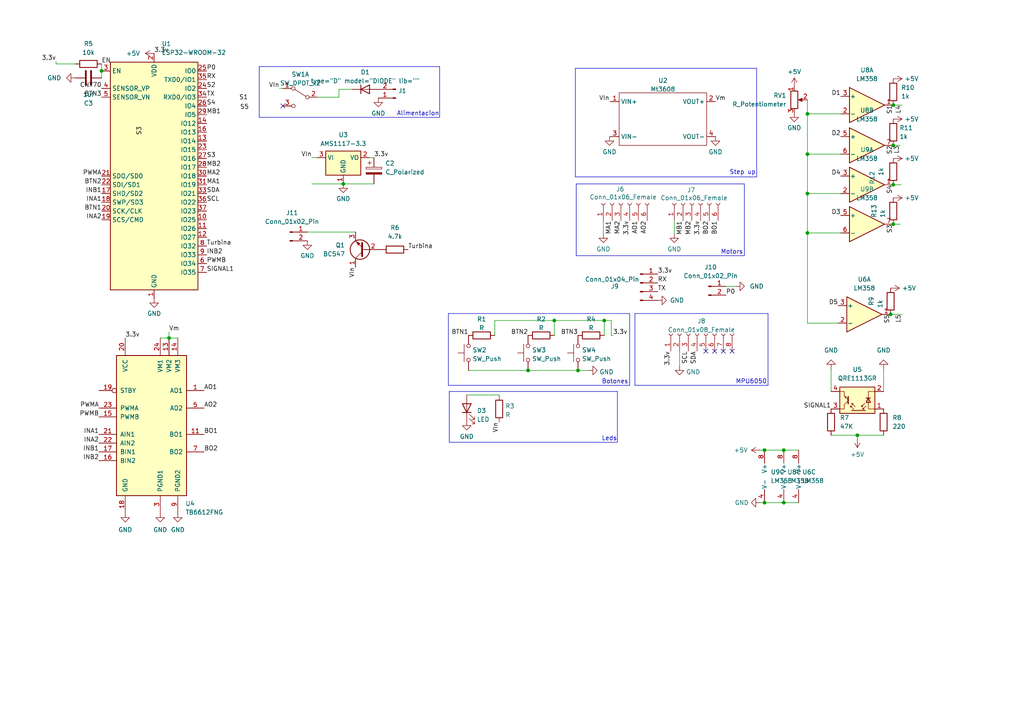
<source format=kicad_sch>
(kicad_sch (version 20230121) (generator eeschema)
  (paper "A4")
  (lib_symbols
    (symbol "Amplifier_Operational:LM358" (pin_names (offset 0.127))
      (property "Reference" "U" (at 0 5.08 0))
      (property "Value" "LM358" (at 0 -5.08 0))
      (symbol "LM358_1_1"
        (pin output line (at 7.62 0 180) (length 2.54) (name "~") (number "1"))
        (pin input line (at -7.62 -2.54 0) (length 2.54) (name "-") (number "2"))
        (pin input line (at -7.62 2.54 0) (length 2.54) (name "+") (number "3"))
      )
      (symbol "LM358_2_1"
        (pin input line (at -7.62 2.54 0) (length 2.54) (name "+") (number "5"))
        (pin input line (at -7.62 -2.54 0) (length 2.54) (name "-") (number "6"))
        (pin output line (at 7.62 0 180) (length 2.54) (name "~") (number "7"))
      )
      (symbol "LM358_3_1"
        (pin power_in line (at -2.54 -7.62 90) (length 3.81) (name "V-") (number "4"))
        (pin power_in line (at -2.54 7.62 270) (length 3.81) (name "V+") (number "8"))
      )
    )
    (symbol "Connector:Conn_01x02_Male" (pin_names (offset 1.016) hide)
      (property "Reference" "J" (at 0 2.54 0))
      (property "Value" "Conn_01x02_Male" (at 0 -5.08 0))
      (symbol "Conn_01x02_Male_1_1"
        (pin passive line (at 5.08 0 180) (length 3.81) (name "Pin_1") (number "1"))
        (pin passive line (at 5.08 -2.54 180) (length 3.81) (name "Pin_2") (number "2"))
      )
    )
    (symbol "Connector:Conn_01x02_Pin" (pin_names (offset 1.016) hide)
      (property "Reference" "J" (at 0 2.54 0))
      (property "Value" "Conn_01x02_Pin" (at 0 -5.08 0))
      (symbol "Conn_01x02_Pin_1_1"
        (pin passive line (at 5.08 0 180) (length 3.81) (name "Pin_1") (number "1"))
        (pin passive line (at 5.08 -2.54 180) (length 3.81) (name "Pin_2") (number "2"))
      )
    )
    (symbol "Connector:Conn_01x04_Pin" (pin_names (offset 1.016) hide)
      (property "Reference" "J" (at 0 5.08 0))
      (property "Value" "Conn_01x04_Pin" (at 0 -7.62 0))
      (symbol "Conn_01x04_Pin_1_1"
        (pin passive line (at 5.08 2.54 180) (length 3.81) (name "Pin_1") (number "1"))
        (pin passive line (at 5.08 0 180) (length 3.81) (name "Pin_2") (number "2"))
        (pin passive line (at 5.08 -2.54 180) (length 3.81) (name "Pin_3") (number "3"))
        (pin passive line (at 5.08 -5.08 180) (length 3.81) (name "Pin_4") (number "4"))
      )
    )
    (symbol "Connector:Conn_01x06_Female" (pin_names (offset 1.016) hide)
      (property "Reference" "J" (at 0 7.62 0))
      (property "Value" "Conn_01x06_Female" (at 0 -10.16 0))
      (symbol "Conn_01x06_Female_1_1"
        (pin passive line (at -5.08 5.08 0) (length 3.81) (name "Pin_1") (number "1"))
        (pin passive line (at -5.08 2.54 0) (length 3.81) (name "Pin_2") (number "2"))
        (pin passive line (at -5.08 0 0) (length 3.81) (name "Pin_3") (number "3"))
        (pin passive line (at -5.08 -2.54 0) (length 3.81) (name "Pin_4") (number "4"))
        (pin passive line (at -5.08 -5.08 0) (length 3.81) (name "Pin_5") (number "5"))
        (pin passive line (at -5.08 -7.62 0) (length 3.81) (name "Pin_6") (number "6"))
      )
    )
    (symbol "Connector:Conn_01x08_Female" (pin_names (offset 1.016) hide)
      (property "Reference" "J" (at 0 10.16 0))
      (property "Value" "Conn_01x08_Female" (at 0 -12.7 0))
      (symbol "Conn_01x08_Female_1_1"
        (pin passive line (at -5.08 7.62 0) (length 3.81) (name "Pin_1") (number "1"))
        (pin passive line (at -5.08 5.08 0) (length 3.81) (name "Pin_2") (number "2"))
        (pin passive line (at -5.08 2.54 0) (length 3.81) (name "Pin_3") (number "3"))
        (pin passive line (at -5.08 0 0) (length 3.81) (name "Pin_4") (number "4"))
        (pin passive line (at -5.08 -2.54 0) (length 3.81) (name "Pin_5") (number "5"))
        (pin passive line (at -5.08 -5.08 0) (length 3.81) (name "Pin_6") (number "6"))
        (pin passive line (at -5.08 -7.62 0) (length 3.81) (name "Pin_7") (number "7"))
        (pin passive line (at -5.08 -10.16 0) (length 3.81) (name "Pin_8") (number "8"))
      )
    )
    (symbol "Device:C" (pin_numbers hide) (pin_names (offset 0.254))
      (property "Reference" "C" (at 0.635 2.54 0))
      (property "Value" "C" (at 0.635 -2.54 0))
      (symbol "C_1_1"
        (pin passive line (at 0 3.81 270) (length 2.794) (name "~") (number "1"))
        (pin passive line (at 0 -3.81 90) (length 2.794) (name "~") (number "2"))
      )
    )
    (symbol "Device:C_Polarized" (pin_numbers hide) (pin_names (offset 0.254))
      (property "Reference" "C" (at 0.635 2.54 0))
      (property "Value" "C_Polarized" (at 0.635 -2.54 0))
      (symbol "C_Polarized_1_1"
        (pin passive line (at 0 3.81 270) (length 2.794) (name "~") (number "1"))
        (pin passive line (at 0 -3.81 90) (length 2.794) (name "~") (number "2"))
      )
    )
    (symbol "Device:LED" (pin_numbers hide) (pin_names (offset 1.016) hide)
      (property "Reference" "D" (at 0 2.54 0))
      (property "Value" "LED" (at 0 -2.54 0))
      (symbol "LED_1_1"
        (pin passive line (at -3.81 0 0) (length 2.54) (name "K") (number "1"))
        (pin passive line (at 3.81 0 180) (length 2.54) (name "A") (number "2"))
      )
    )
    (symbol "Device:R" (pin_numbers hide) (pin_names (offset 0))
      (property "Reference" "R" (at 2.032 0 90))
      (property "Value" "R" (at 0 0 90))
      (symbol "R_1_1"
        (pin passive line (at 0 3.81 270) (length 1.27) (name "~") (number "1"))
        (pin passive line (at 0 -3.81 90) (length 1.27) (name "~") (number "2"))
      )
    )
    (symbol "Device:R_Potentiometer" (pin_names (offset 1.016) hide)
      (property "Reference" "RV" (at -4.445 0 90))
      (property "Value" "R_Potentiometer" (at -2.54 0 90))
      (symbol "R_Potentiometer_1_1"
        (pin passive line (at 0 3.81 270) (length 1.27) (name "1") (number "1"))
        (pin passive line (at 3.81 0 180) (length 1.27) (name "2") (number "2"))
        (pin passive line (at 0 -3.81 90) (length 1.27) (name "3") (number "3"))
      )
    )
    (symbol "Driver_Motor:TB6612FNG" (pin_names (offset 1.016))
      (property "Reference" "U" (at 11.43 17.78 0))
      (property "Value" "TB6612FNG" (at 11.43 15.24 0))
      (symbol "TB6612FNG_1_1"
        (pin output line (at 15.24 10.16 180) (length 5.08) (name "AO1") (number "1"))
        (pin passive line (at 7.62 -25.4 90) (length 5.08) hide (name "PGND2") (number "10"))
        (pin output line (at 15.24 -2.54 180) (length 5.08) (name "BO1") (number "11"))
        (pin passive line (at 15.24 -2.54 180) (length 5.08) hide (name "BO1") (number "12"))
        (pin power_in line (at 5.08 25.4 270) (length 5.08) (name "VM2") (number "13"))
        (pin power_in line (at 7.62 25.4 270) (length 5.08) (name "VM3") (number "14"))
        (pin input line (at -15.24 2.54 0) (length 5.08) (name "PWMB") (number "15"))
        (pin input line (at -15.24 -10.16 0) (length 5.08) (name "BIN2") (number "16"))
        (pin input line (at -15.24 -7.62 0) (length 5.08) (name "BIN1") (number "17"))
        (pin power_in line (at -7.62 -25.4 90) (length 5.08) (name "GND") (number "18"))
        (pin input inverted (at -15.24 10.16 0) (length 5.08) (name "STBY") (number "19"))
        (pin passive line (at 15.24 10.16 180) (length 5.08) hide (name "AO1") (number "2"))
        (pin power_in line (at -7.62 25.4 270) (length 5.08) (name "VCC") (number "20"))
        (pin input line (at -15.24 -2.54 0) (length 5.08) (name "AIN1") (number "21"))
        (pin input line (at -15.24 -5.08 0) (length 5.08) (name "AIN2") (number "22"))
        (pin input line (at -15.24 5.08 0) (length 5.08) (name "PWMA") (number "23"))
        (pin power_in line (at 2.54 25.4 270) (length 5.08) (name "VM1") (number "24"))
        (pin power_in line (at 2.54 -25.4 90) (length 5.08) (name "PGND1") (number "3"))
        (pin passive line (at 2.54 -25.4 90) (length 5.08) hide (name "PGND1") (number "4"))
        (pin output line (at 15.24 5.08 180) (length 5.08) (name "AO2") (number "5"))
        (pin passive line (at 15.24 5.08 180) (length 5.08) hide (name "AO2") (number "6"))
        (pin output line (at 15.24 -7.62 180) (length 5.08) (name "BO2") (number "7"))
        (pin passive line (at 15.24 -7.62 180) (length 5.08) hide (name "BO2") (number "8"))
        (pin power_in line (at 7.62 -25.4 90) (length 5.08) (name "PGND2") (number "9"))
      )
    )
    (symbol "GND_1" (power) (pin_names (offset 0))
      (property "Value" "GND_1" (at 0 -3.81 0))
      (symbol "GND_1_1_1"
        (pin power_in line (at 0 0 270) (length 0) hide (name "GND") (number "1"))
      )
    )
    (symbol "RF_Module:ESP32-WROOM-32"
      (property "Reference" "U" (at -12.7 34.29 0))
      (property "Value" "ESP32-WROOM-32" (at 1.27 34.29 0))
      (symbol "ESP32-WROOM-32_1_1"
        (pin power_in line (at 0 -35.56 90) (length 2.54) (name "GND") (number "1"))
        (pin bidirectional line (at 15.24 -12.7 180) (length 2.54) (name "IO25") (number "10"))
        (pin bidirectional line (at 15.24 -15.24 180) (length 2.54) (name "IO26") (number "11"))
        (pin bidirectional line (at 15.24 -17.78 180) (length 2.54) (name "IO27") (number "12"))
        (pin bidirectional line (at 15.24 10.16 180) (length 2.54) (name "IO14") (number "13"))
        (pin bidirectional line (at 15.24 15.24 180) (length 2.54) (name "IO12") (number "14"))
        (pin passive line (at 0 -35.56 90) (length 2.54) hide (name "GND") (number "15"))
        (pin bidirectional line (at 15.24 12.7 180) (length 2.54) (name "IO13") (number "16"))
        (pin bidirectional line (at -15.24 -5.08 0) (length 2.54) (name "SHD/SD2") (number "17"))
        (pin bidirectional line (at -15.24 -7.62 0) (length 2.54) (name "SWP/SD3") (number "18"))
        (pin bidirectional line (at -15.24 -12.7 0) (length 2.54) (name "SCS/CMD") (number "19"))
        (pin power_in line (at 0 35.56 270) (length 2.54) (name "VDD") (number "2"))
        (pin bidirectional line (at -15.24 -10.16 0) (length 2.54) (name "SCK/CLK") (number "20"))
        (pin bidirectional line (at -15.24 0 0) (length 2.54) (name "SDO/SD0") (number "21"))
        (pin bidirectional line (at -15.24 -2.54 0) (length 2.54) (name "SDI/SD1") (number "22"))
        (pin bidirectional line (at 15.24 7.62 180) (length 2.54) (name "IO15") (number "23"))
        (pin bidirectional line (at 15.24 25.4 180) (length 2.54) (name "IO2") (number "24"))
        (pin bidirectional line (at 15.24 30.48 180) (length 2.54) (name "IO0") (number "25"))
        (pin bidirectional line (at 15.24 20.32 180) (length 2.54) (name "IO4") (number "26"))
        (pin bidirectional line (at 15.24 5.08 180) (length 2.54) (name "IO16") (number "27"))
        (pin bidirectional line (at 15.24 2.54 180) (length 2.54) (name "IO17") (number "28"))
        (pin bidirectional line (at 15.24 17.78 180) (length 2.54) (name "IO5") (number "29"))
        (pin input line (at -15.24 30.48 0) (length 2.54) (name "EN") (number "3"))
        (pin bidirectional line (at 15.24 0 180) (length 2.54) (name "IO18") (number "30"))
        (pin bidirectional line (at 15.24 -2.54 180) (length 2.54) (name "IO19") (number "31"))
        (pin no_connect line (at -12.7 -27.94 0) (length 2.54) hide (name "NC") (number "32"))
        (pin bidirectional line (at 15.24 -5.08 180) (length 2.54) (name "IO21") (number "33"))
        (pin bidirectional line (at 15.24 22.86 180) (length 2.54) (name "RXD0/IO3") (number "34"))
        (pin bidirectional line (at 15.24 27.94 180) (length 2.54) (name "TXD0/IO1") (number "35"))
        (pin bidirectional line (at 15.24 -7.62 180) (length 2.54) (name "IO22") (number "36"))
        (pin bidirectional line (at 15.24 -10.16 180) (length 2.54) (name "IO23") (number "37"))
        (pin passive line (at 0 -35.56 90) (length 2.54) hide (name "GND") (number "38"))
        (pin passive line (at 0 -35.56 90) (length 2.54) hide (name "GND") (number "39"))
        (pin input line (at -15.24 25.4 0) (length 2.54) (name "SENSOR_VP") (number "4"))
        (pin input line (at -15.24 22.86 0) (length 2.54) (name "SENSOR_VN") (number "5"))
        (pin input line (at 15.24 -25.4 180) (length 2.54) (name "IO34") (number "6"))
        (pin input line (at 15.24 -27.94 180) (length 2.54) (name "IO35") (number "7"))
        (pin bidirectional line (at 15.24 -20.32 180) (length 2.54) (name "IO32") (number "8"))
        (pin bidirectional line (at 15.24 -22.86 180) (length 2.54) (name "IO33") (number "9"))
      )
    )
    (symbol "Regulator_Linear:AMS1117-3.3"
      (property "Reference" "U" (at -3.81 3.175 0))
      (property "Value" "AMS1117-3.3" (at 0 3.175 0))
      (symbol "AMS1117-3.3_1_1"
        (pin power_in line (at 0 -7.62 90) (length 2.54) (name "GND") (number "1"))
        (pin power_out line (at 7.62 0 180) (length 2.54) (name "VO") (number "2"))
        (pin power_in line (at -7.62 0 0) (length 2.54) (name "VI") (number "3"))
      )
    )
    (symbol "Sensor_Proximity:QRE1113GR" (pin_names (offset 0.0254) hide)
      (property "Reference" "U" (at -3.81 5.08 0))
      (property "Value" "QRE1113GR" (at 11.43 5.08 0))
      (symbol "QRE1113GR_1_1"
        (pin passive line (at -7.62 2.54 0) (length 2.54) (name "A") (number "1"))
        (pin passive line (at -7.62 -2.54 0) (length 2.54) (name "K") (number "2"))
        (pin open_collector line (at 7.62 2.54 180) (length 2.54) (name "~") (number "3"))
        (pin open_emitter line (at 7.62 -2.54 180) (length 2.54) (name "~") (number "4"))
      )
    )
    (symbol "Simulation_SPICE:DIODE" (pin_numbers hide) (pin_names (offset 1.016) hide)
      (property "Reference" "D" (at 0 2.54 0))
      (property "Value" "DIODE" (at 0 -2.54 0))
      (symbol "DIODE_1_1"
        (pin passive line (at -3.81 0 0) (length 2.54) (name "A") (number "1"))
        (pin passive line (at 3.81 0 180) (length 2.54) (name "K") (number "2"))
      )
    )
    (symbol "Switch:SW_DPDT_x2" (pin_names (offset 0) hide)
      (property "Reference" "SW" (at 0 4.318 0))
      (property "Value" "SW_DPDT_x2" (at 0 -5.08 0))
      (symbol "SW_DPDT_x2_1_1"
        (pin passive line (at 5.08 2.54 180) (length 2.54) (name "A") (number "1"))
        (pin passive line (at -5.08 0 0) (length 2.54) (name "B") (number "2"))
        (pin passive line (at 5.08 -2.54 180) (length 2.54) (name "C") (number "3"))
      )
      (symbol "SW_DPDT_x2_2_1"
        (pin passive line (at 5.08 2.54 180) (length 2.54) (name "A") (number "4"))
        (pin passive line (at -5.08 0 0) (length 2.54) (name "B") (number "5"))
        (pin passive line (at 5.08 -2.54 180) (length 2.54) (name "C") (number "6"))
      )
    )
    (symbol "Switch:SW_Push" (pin_numbers hide) (pin_names (offset 1.016) hide)
      (property "Reference" "SW" (at 1.27 2.54 0))
      (property "Value" "SW_Push" (at 0 -1.524 0))
      (symbol "SW_Push_0_1"
        (pin passive line (at -5.08 0 0) (length 2.54) (name "1") (number "1"))
        (pin passive line (at 5.08 0 180) (length 2.54) (name "2") (number "2"))
      )
    )
    (symbol "Transistor_BJT:BC547" (pin_names (offset 0) hide)
      (property "Reference" "Q" (at 5.08 1.905 0))
      (property "Value" "BC547" (at 5.08 0 0))
      (symbol "BC547_1_1"
        (pin passive line (at 2.54 5.08 270) (length 2.54) (name "C") (number "1"))
        (pin input line (at -5.08 0 0) (length 5.08) (name "B") (number "2"))
        (pin passive line (at 2.54 -5.08 90) (length 2.54) (name "E") (number "3"))
      )
    )
    (symbol "power:+5V" (power) (pin_names (offset 0))
      (property "Value" "+5V" (at 0 3.556 0))
      (symbol "+5V_1_1"
        (pin power_in line (at 0 0 90) (length 0) hide (name "+5V") (number "1"))
      )
    )
    (symbol "power:GND" (power) (pin_names (offset 0))
      (property "Value" "GND" (at 0 -3.81 0))
      (symbol "GND_1_1"
        (pin power_in line (at 0 0 270) (length 0) hide (name "GND") (number "1"))
      )
    )
    (symbol "propios:Mt3608"
      (property "Reference" "U" (at 0 0 0))
      (property "Value" "Mt3608" (at 0 0 0))
      (symbol "Mt3608_1_1"
        (pin input line (at -15.24 -5.08 0) (length 2.54) (name "VIN+") (number "1"))
        (pin input line (at 15.24 -5.08 180) (length 2.54) (name "VOUT+") (number "2"))
        (pin input line (at -15.24 -15.24 0) (length 2.54) (name "VIN-") (number "3"))
        (pin input line (at 15.24 -15.24 180) (length 2.54) (name "VOUT-") (number "4"))
      )
    )
  )
  (junction (at 323.088 64.77))
  (junction (at 344.678 115.824))
  (junction (at 167.64 107.442))
  (junction (at 344.678 92.456))
  (junction (at 314.96 179.07))
  (junction (at 338.582 192.532))
  (junction (at 234.188 56.134))
  (junction (at 234.188 67.564))
  (junction (at 353.06 19.304))
  (junction (at 314.706 143.002))
  (junction (at 259.08 42.164))
  (junction (at 29.464 20.574))
  (junction (at 258.318 91.186))
  (junction (at 353.06 42.672))
  (junction (at 259.08 53.594))
  (junction (at 259.08 65.024))
  (junction (at 234.188 33.02))
  (junction (at 153.162 107.442))
  (junction (at 221.742 130.556))
  (junction (at 321.056 102.362))
  (junction (at 338.582 169.164))
  (junction (at 227.33 130.556))
  (junction (at 234.188 44.704))
  (junction (at 49.022 98.044))
  (junction (at 248.666 126.238))
  (junction (at 259.08 30.48))
  (junction (at 175.26 92.964))
  (junction (at 227.33 145.796))
  (junction (at 338.328 133.096))
  (junction (at 338.328 156.464))
  (junction (at 329.438 29.21))
  (junction (at 99.568 53.34))
  (junction (at 346.71 78.232))
  (junction (at 221.742 145.796))
  (junction (at 160.782 92.964))
  (junction (at 346.71 54.864))
  (no_connect (at 209.804 101.854))
  (no_connect (at 207.264 101.854))
  (no_connect (at 204.724 101.854))
  (no_connect (at 82.042 30.734))
  (no_connect (at 212.344 101.854))
  (wire (pts (xy 338.328 156.21) (xy 338.328 156.464)))
  (wire (pts (xy 307.594 143.002) (xy 314.706 143.002)))
  (wire (pts (xy 314.706 156.464) (xy 338.328 156.464)))
  (wire (pts (xy 135.382 114.554) (xy 144.78 114.554)))
  (wire (pts (xy 243.84 56.134) (xy 234.188 56.134)))
  (wire (pts (xy 227.33 130.556) (xy 221.742 130.556)))
  (wire (pts (xy 135.89 107.442) (xy 153.162 107.442)))
  (wire (pts (xy 321.056 102.362) (xy 321.056 100.076)))
  (wire (pts (xy 346.71 62.738) (xy 346.71 70.358)))
  (wire (pts (xy 383.286 24.13) (xy 365.506 24.13)))
  (wire (pts (xy 144.78 114.554) (xy 144.78 114.808)))
  (wire (pts (xy 360.172 192.532) (xy 338.582 192.532)))
  (wire (pts (xy 81.026 25.654) (xy 82.042 25.654)))
  (wire (pts (xy 49.022 96.266) (xy 49.022 98.044)))
  (wire (pts (xy 314.96 183.388) (xy 314.96 179.07)))
  (wire (pts (xy 321.056 106.68) (xy 321.056 102.362)))
  (polyline (pts (xy 127.508 19.304) (xy 75.184 19.304)))
  (wire (pts (xy 329.438 41.148) (xy 329.438 42.672)))
  (wire (pts (xy 346.71 77.978) (xy 346.71 78.232)))
  (wire (pts (xy 261.62 91.186) (xy 258.318 91.186)))
  (polyline (pts (xy 219.456 51.308) (xy 166.878 51.308)))
  (wire (pts (xy 241.046 126.238) (xy 248.666 126.238)))
  (polyline (pts (xy 167.132 53.34) (xy 215.9 53.34)))
  (polyline (pts (xy 184.15 111.76) (xy 184.15 90.932)))
  (wire (pts (xy 177.8 97.282) (xy 177.292 97.282)))
  (wire (pts (xy 314.706 147.32) (xy 314.706 143.002)))
  (polyline (pts (xy 130.302 128.27) (xy 130.302 113.538)))
  (wire (pts (xy 321.056 114.3) (xy 321.056 115.824)))
  (wire (pts (xy 353.06 27.178) (xy 353.06 34.798)))
  (wire (pts (xy 329.438 29.21) (xy 329.438 26.924)))
  (polyline (pts (xy 179.07 128.27) (xy 130.302 128.27)))
  (polyline (pts (xy 166.878 19.812) (xy 166.878 51.308)))
  (wire (pts (xy 21.844 18.542) (xy 16.256 18.542)))
  (polyline (pts (xy 130.048 111.76) (xy 130.048 90.932)))
  (wire (pts (xy 359.156 59.69) (xy 359.156 54.864)))
  (wire (pts (xy 344.678 92.456) (xy 344.678 92.71)))
  (polyline (pts (xy 75.184 34.036) (xy 127.508 34.036)))
  (wire (pts (xy 49.022 98.044) (xy 51.562 98.044)))
  (wire (pts (xy 351.028 173.99) (xy 351.028 169.164)))
  (wire (pts (xy 359.156 54.864) (xy 346.71 54.864)))
  (polyline (pts (xy 222.758 90.932) (xy 222.758 111.76)))
  (polyline (pts (xy 127.508 34.036) (xy 127.508 19.304)))
  (wire (pts (xy 323.088 54.864) (xy 346.71 54.864)))
  (wire (pts (xy 175.26 92.964) (xy 177.292 92.964)))
  (wire (pts (xy 99.568 53.34) (xy 108.458 53.34)))
  (wire (pts (xy 16.256 18.542) (xy 16.256 17.78)))
  (wire (pts (xy 365.506 19.304) (xy 353.06 19.304)))
  (wire (pts (xy 90.424 53.34) (xy 99.568 53.34)))
  (wire (pts (xy 366.268 115.824) (xy 344.678 115.824)))
  (wire (pts (xy 351.028 169.164) (xy 338.582 169.164)))
  (wire (pts (xy 321.056 92.456) (xy 344.678 92.456)))
  (wire (pts (xy 338.582 192.278) (xy 338.582 192.532)))
  (wire (pts (xy 313.944 102.362) (xy 321.056 102.362)))
  (polyline (pts (xy 130.302 113.538) (xy 179.07 113.538)))
  (wire (pts (xy 160.782 97.282) (xy 160.782 92.964)))
  (wire (pts (xy 307.848 179.07) (xy 314.96 179.07)))
  (wire (pts (xy 315.976 62.992) (xy 315.976 64.77)))
  (wire (pts (xy 374.904 97.282) (xy 357.124 97.282)))
  (wire (pts (xy 322.326 27.432) (xy 322.326 29.21)))
  (wire (pts (xy 350.774 133.096) (xy 338.328 133.096)))
  (wire (pts (xy 160.782 92.964) (xy 175.26 92.964)))
  (wire (pts (xy 353.06 42.418) (xy 353.06 42.672)))
  (wire (pts (xy 234.188 93.726) (xy 234.188 67.564)))
  (polyline (pts (xy 219.456 19.812) (xy 219.456 51.308)))
  (wire (pts (xy 220.472 145.796) (xy 221.742 145.796)))
  (wire (pts (xy 329.438 42.672) (xy 353.06 42.672)))
  (wire (pts (xy 98.298 28.194) (xy 92.202 28.194)))
  (wire (pts (xy 234.188 67.564) (xy 243.84 67.564)))
  (wire (pts (xy 323.088 64.77) (xy 323.088 62.484)))
  (wire (pts (xy 234.188 44.704) (xy 234.188 56.134)))
  (wire (pts (xy 153.162 107.442) (xy 167.64 107.442)))
  (wire (pts (xy 259.08 42.164) (xy 261.112 42.164)))
  (wire (pts (xy 313.944 100.584) (xy 313.944 102.362)))
  (wire (pts (xy 359.918 156.464) (xy 338.328 156.464)))
  (wire (pts (xy 167.64 107.442) (xy 170.688 107.442)))
  (wire (pts (xy 314.96 192.532) (xy 338.582 192.532)))
  (wire (pts (xy 248.666 127.254) (xy 248.666 126.238)))
  (wire (pts (xy 175.26 97.282) (xy 175.26 92.964)))
  (wire (pts (xy 323.088 78.232) (xy 346.71 78.232)))
  (wire (pts (xy 234.188 33.02) (xy 243.84 33.02)))
  (wire (pts (xy 103.124 67.31) (xy 89.154 67.31)))
  (polyline (pts (xy 182.626 90.932) (xy 182.626 111.76)))
  (wire (pts (xy 365.506 24.13) (xy 365.506 19.304)))
  (wire (pts (xy 307.848 177.292) (xy 307.848 179.07)))
  (polyline (pts (xy 75.184 19.304) (xy 75.184 34.036)))
  (wire (pts (xy 176.784 39.624) (xy 177.038 39.624)))
  (wire (pts (xy 338.582 169.164) (xy 338.582 169.418)))
  (wire (pts (xy 314.96 179.07) (xy 314.96 176.784)))
  (polyline (pts (xy 215.9 74.168) (xy 167.132 74.168)))
  (wire (pts (xy 177.292 92.964) (xy 177.292 97.282)))
  (wire (pts (xy 314.706 154.94) (xy 314.706 156.464)))
  (wire (pts (xy 29.464 20.574) (xy 29.464 22.606)))
  (wire (pts (xy 175.006 67.818) (xy 175.006 64.008)))
  (wire (pts (xy 357.124 97.282) (xy 357.124 92.456)))
  (wire (pts (xy 234.188 56.134) (xy 234.188 67.564)))
  (polyline (pts (xy 166.878 19.812) (xy 219.456 19.812)))
  (wire (pts (xy 143.51 92.964) (xy 160.782 92.964)))
  (polyline (pts (xy 179.07 113.538) (xy 179.07 128.27)))
  (wire (pts (xy 241.046 106.934) (xy 241.046 113.538)))
  (wire (pts (xy 376.936 59.69) (xy 359.156 59.69)))
  (wire (pts (xy 234.188 28.956) (xy 234.188 33.02)))
  (wire (pts (xy 197.104 106.172) (xy 197.104 101.854)))
  (polyline (pts (xy 130.048 90.932) (xy 182.626 90.932)))
  (wire (pts (xy 374.65 42.672) (xy 353.06 42.672)))
  (wire (pts (xy 314.706 133.096) (xy 338.328 133.096)))
  (wire (pts (xy 323.088 69.088) (xy 323.088 64.77)))
  (wire (pts (xy 346.71 54.864) (xy 346.71 55.118)))
  (wire (pts (xy 338.328 140.97) (xy 338.328 148.59)))
  (wire (pts (xy 353.06 19.304) (xy 353.06 19.558)))
  (wire (pts (xy 338.328 133.096) (xy 338.328 133.35)))
  (wire (pts (xy 195.58 67.818) (xy 195.58 64.008)))
  (polyline (pts (xy 184.15 90.932) (xy 222.758 90.932)))
  (wire (pts (xy 315.976 64.77) (xy 323.088 64.77)))
  (wire (pts (xy 314.706 143.002) (xy 314.706 140.716)))
  (wire (pts (xy 90.424 45.72) (xy 91.948 45.72)))
  (wire (pts (xy 243.84 44.704) (xy 234.188 44.704)))
  (wire (pts (xy 108.458 45.72) (xy 107.188 45.72)))
  (wire (pts (xy 102.108 25.908) (xy 98.298 25.908)))
  (wire (pts (xy 98.298 25.908) (xy 98.298 28.194)))
  (wire (pts (xy 221.742 130.556) (xy 220.472 130.556)))
  (wire (pts (xy 323.088 76.708) (xy 323.088 78.232)))
  (wire (pts (xy 368.808 173.99) (xy 351.028 173.99)))
  (wire (pts (xy 221.742 145.796) (xy 227.33 145.796)))
  (polyline (pts (xy 215.9 53.34) (xy 215.9 74.168)))
  (wire (pts (xy 307.594 141.224) (xy 307.594 143.002)))
  (wire (pts (xy 213.36 83.058) (xy 210.566 83.058)))
  (polyline (pts (xy 182.626 111.76) (xy 130.048 111.76)))
  (wire (pts (xy 368.554 137.922) (xy 350.774 137.922)))
  (wire (pts (xy 143.51 97.282) (xy 143.51 92.964)))
  (wire (pts (xy 329.438 19.304) (xy 353.06 19.304)))
  (wire (pts (xy 46.482 98.044) (xy 49.022 98.044)))
  (wire (pts (xy 357.124 92.456) (xy 344.678 92.456)))
  (wire (pts (xy 314.96 191.008) (xy 314.96 192.532)))
  (wire (pts (xy 243.078 93.726) (xy 234.188 93.726)))
  (wire (pts (xy 231.648 130.556) (xy 227.33 130.556)))
  (wire (pts (xy 344.678 100.33) (xy 344.678 107.95)))
  (polyline (pts (xy 184.15 111.76) (xy 222.758 111.76)))
  (wire (pts (xy 256.286 106.934) (xy 256.286 113.538)))
  (wire (pts (xy 29.464 18.542) (xy 29.464 20.574)))
  (wire (pts (xy 350.774 137.922) (xy 350.774 133.096)))
  (polyline (pts (xy 167.132 53.34) (xy 167.132 74.168)))
  (wire (pts (xy 329.438 33.528) (xy 329.438 29.21)))
  (wire (pts (xy 248.666 126.238) (xy 256.286 126.238)))
  (polyline (pts (xy 75.184 19.304) (xy 75.184 19.304)))
  (wire (pts (xy 261.112 65.024) (xy 259.08 65.024)))
  (wire (pts (xy 344.678 115.57) (xy 344.678 115.824)))
  (wire (pts (xy 314.96 169.164) (xy 338.582 169.164)))
  (wire (pts (xy 227.33 145.796) (xy 231.648 145.796)))
  (wire (pts (xy 338.582 177.038) (xy 338.582 184.658)))
  (wire (pts (xy 368.3 78.232) (xy 346.71 78.232)))
  (wire (pts (xy 322.326 29.21) (xy 329.438 29.21)))
  (wire (pts (xy 259.08 30.48) (xy 261.62 30.48)))
  (wire (pts (xy 234.188 33.02) (xy 234.188 44.704)))
  (wire (pts (xy 176.784 29.464) (xy 177.038 29.464)))
  (wire (pts (xy 321.056 115.824) (xy 344.678 115.824)))
  (wire (pts (xy 261.366 53.594) (xy 259.08 53.594)))
  (text "Motors\n" (at 209.042 73.914 0) (effects (font (size 1.27 1.27)) (justify left bottom)))
  (text "Leds" (at 174.498 128.016 0) (effects (font (size 1.27 1.27)) (justify left bottom)))
  (text "Step up\n" (at 211.582 50.8 0) (effects (font (size 1.27 1.27)) (justify left bottom)))
  (text "Botones\n" (at 174.498 111.506 0) (effects (font (size 1.27 1.27)) (justify left bottom)))
  (text "MPU6050\n" (at 213.36 111.506 0) (effects (font (size 1.27 1.27)) (justify left bottom)))
  (text "Alimentacion\n" (at 115.062 33.782 0) (effects (font (size 1.27 1.27)) (justify left bottom)))
  (label "D5" (at 313.944 100.584 180))
  (label "BTN1" (at 29.464 61.214 180))
  (label "D5" (at 243.078 88.646 180))
  (label "Turbina" (at 118.364 72.39 0))
  (label "S4" (at 59.944 30.734 0))
  (label "BO1" (at 59.182 125.984 0))
  (label "SCL" (at 59.944 58.674 0))
  (label "SDA" (at 59.944 56.134 0))
  (label "S3" (at 259.08 65.024 270))
  (label "RX" (at 190.754 82.042 0))
  (label "3.3v" (at 190.754 79.502 0))
  (label "3.3v" (at 16.256 17.78 180))
  (label "L3" (at 261.112 42.164 270))
  (label "P0" (at 210.566 85.598 0))
  (label "INB2" (at 59.944 73.914 0))
  (label "Vm" (at 207.518 29.464 0))
  (label "EN" (at 29.464 18.542 0))
  (label "BTN2" (at 29.464 53.594 180))
  (label "3.3v" (at 182.626 64.008 270))
  (label "S3" (at 41.402 36.576 270))
  (label "S5" (at 258.318 91.186 270))
  (label "CNY70" (at 29.464 25.654 180))
  (label "BTN1" (at 135.89 97.282 180))
  (label "MA2" (at 180.086 64.008 270))
  (label "D1" (at 243.84 27.94 180))
  (label "BTN3" (at 167.64 97.282 180))
  (label "P0" (at 59.944 20.574 0))
  (label "AO2" (at 187.706 64.008 270))
  (label "TX" (at 190.754 84.582 0))
  (label "PWMB" (at 28.702 120.904 180))
  (label "S1" (at 69.342 29.21 0))
  (label "MA1" (at 177.546 64.008 270))
  (label "3.3v" (at 36.322 98.044 0))
  (label "S1" (at 259.08 30.48 270))
  (label "INB1" (at 29.464 56.134 180))
  (label "S4" (at 259.08 53.594 270))
  (label "VIn" (at 81.026 25.654 180))
  (label "INA2" (at 29.464 63.754 180))
  (label "3.3v" (at 177.8 97.282 0))
  (label "AO1" (at 59.182 113.284 0))
  (label "VIn" (at 103.124 77.47 270))
  (label "D2" (at 315.976 62.992 180))
  (label "BTN3" (at 29.464 28.194 180))
  (label "L5" (at 261.62 91.186 270))
  (label "3.3v" (at 194.564 101.854 270))
  (label "VIn" (at 176.784 29.464 180))
  (label "INB2" (at 28.702 133.604 180))
  (label "SDA" (at 202.184 101.854 270))
  (label "S2" (at 59.944 25.654 0))
  (label "D3" (at 307.594 141.224 180))
  (label "SIGNAL1" (at 59.944 78.994 0))
  (label "MA2" (at 59.944 51.054 0))
  (label "3.3v" (at 108.458 45.72 0))
  (label "PWMA" (at 29.464 51.054 180))
  (label "D4" (at 243.84 51.054 180))
  (label "D4" (at 307.848 177.292 180))
  (label "VIn" (at 90.424 45.72 180))
  (label "INA1" (at 29.464 58.674 180))
  (label "MA1" (at 59.944 53.594 0))
  (label "Turbina" (at 59.944 71.374 0))
  (label "RX" (at 59.944 23.114 0))
  (label "MB1" (at 198.12 64.008 270))
  (label "S5" (at 69.596 32.004 0))
  (label "3.3v" (at 203.2 64.008 270))
  (label "D2" (at 243.84 39.624 180))
  (label "BO2" (at 59.182 131.064 0))
  (label "INB1" (at 28.702 131.064 180))
  (label "PWMB" (at 59.944 76.454 0))
  (label "BO1" (at 208.28 64.008 270))
  (label "D1" (at 322.326 27.432 180))
  (label "S3" (at 59.944 45.974 0))
  (label "VIn" (at 144.78 122.428 270))
  (label "BTN2" (at 153.162 97.282 180))
  (label "MB2" (at 200.66 64.008 270))
  (label "S2" (at 259.08 42.164 270))
  (label "BO2" (at 205.74 64.008 270))
  (label "SIGNAL1" (at 241.046 118.618 180))
  (label "TX" (at 59.944 28.194 0))
  (label "PWMA" (at 28.702 118.364 180))
  (label "AO2" (at 59.182 118.364 0))
  (label "MB1" (at 59.944 33.274 0))
  (label "AO1" (at 185.166 64.008 270))
  (label "MB2" (at 59.944 48.514 0))
  (label "L4" (at 261.62 30.48 270))
  (label "3.3v" (at 44.704 15.494 0))
  (label "SCL" (at 199.644 101.854 270))
  (label "D3" (at 243.84 62.484 180))
  (label "INA1" (at 28.702 125.984 180))
  (label "Vm" (at 49.022 96.266 0))
  (label "INA2" (at 28.702 128.524 180))
  (symbol (lib_id "Connector:Conn_01x04_Pin") (at 185.674 82.042 0) (unit 1)
    (property "Reference" "J9" (at 178.308 83.058 0))
    (property "Value" "Conn_01x04_Pin" (at 177.546 81.026 0))
    (property "Footprint" "Connector_PinHeader_2.54mm:PinHeader_1x04_P2.54mm_Vertical" (effects hide))
  )
  (symbol (lib_id "power:GND") (at 213.36 83.058 90) (unit 1)
    (property "Reference" "#PWR019" (effects hide))
    (property "Value" "GND" (at 217.424 83.058 90) (effects (justify right)))
  )
  (symbol (lib_id "Device:LED") (at 338.328 152.4 270) (unit 1)
    (property "Reference" "D8" (at 341.122 149.5425 90) (effects (justify left)))
    (property "Value" "IR TRANSMITTER" (at 341.122 152.0825 90) (effects (justify left)))
    (property "Footprint" "LED_THT:LED_D5.0mm" (effects hide))
  )
  (symbol (lib_id "power:GND") (at 207.518 39.624 0) (unit 1)
    (property "Reference" "#PWR08" (effects hide))
    (property "Value" "GND" (at 207.518 44.0674 0))
  )
  (symbol (lib_id "power:+5V") (at 368.554 137.922 0) (unit 1)
    (property "Reference" "#PWR036" (effects hide))
    (property "Value" "+5V" (at 368.554 133.604 0))
  )
  (symbol (lib_id "Device:LED") (at 338.582 188.468 270) (unit 1)
    (property "Reference" "D9" (at 341.376 185.6105 90) (effects (justify left)))
    (property "Value" "IR TRANSMITTER" (at 341.376 188.1505 90) (effects (justify left)))
    (property "Footprint" "LED_THT:LED_D5.0mm" (effects hide))
  )
  (symbol (lib_id "Device:LED") (at 314.706 136.906 270) (unit 1)
    (property "Reference" "D2" (at 316.992 134.0485 90) (effects (justify left)))
    (property "Value" "IR RECEIVER" (at 316.992 136.5885 90) (effects (justify left)))
    (property "Footprint" "LED_THT:LED_D5.0mm" (effects hide))
  )
  (symbol (lib_id "Device:R") (at 321.056 110.49 0) (unit 1)
    (property "Reference" "R16" (at 323.85 109.22 0) (effects (justify left)))
    (property "Value" "10k" (at 323.85 111.76 0) (effects (justify left)))
    (property "Footprint" "Resistor_THT:R_Axial_DIN0411_L9.9mm_D3.6mm_P5.08mm_Vertical" (effects hide))
  )
  (symbol (lib_id "power:+5V") (at 374.904 97.282 0) (unit 1)
    (property "Reference" "#PWR039" (effects hide))
    (property "Value" "+5V" (at 374.904 92.964 0))
  )
  (symbol (lib_id "Device:R") (at 344.678 96.52 0) (unit 1)
    (property "Reference" "R21" (at 346.964 95.25 0) (effects (justify left)))
    (property "Value" "100" (at 346.964 97.79 0) (effects (justify left)))
    (property "Footprint" "Resistor_SMD:R_1206_3216Metric_Pad1.30x1.75mm_HandSolder" (effects hide))
  )
  (symbol (lib_id "Amplifier_Operational:LM358") (at 250.698 91.186 0) (unit 1)
    (property "Reference" "U6" (at 250.698 81.026 0))
    (property "Value" "LM358" (at 250.698 83.566 0))
    (property "Footprint" "Package_SO:SOIC-8_3.9x4.9mm_P1.27mm" (effects hide))
    (property "Datasheet" "http://www.ti.com/lit/ds/symlink/lm2904-n.pdf" (effects hide))
  )
  (symbol (lib_id "power:GND") (at 197.104 106.172 0) (unit 1)
    (property "Reference" "#PWR012" (effects hide))
    (property "Value" "GND" (at 199.009 107.8758 0) (effects (justify left)))
  )
  (symbol (lib_id "Device:R") (at 114.554 72.39 270) (mirror x) (unit 1)
    (property "Reference" "R6" (at 114.554 66.04 90))
    (property "Value" "4.7k" (at 114.554 68.58 90))
    (property "Footprint" "Resistor_SMD:R_1206_3216Metric_Pad1.30x1.75mm_HandSolder" (effects hide))
  )
  (symbol (lib_name "GND_1") (lib_id "power:GND") (at 21.844 22.606 270) (unit 1)
    (property "Reference" "#PWR022" (effects hide))
    (property "Value" "GND" (at 17.78 22.606 90) (effects (justify right)))
  )
  (symbol (lib_id "power:GND") (at 109.728 28.448 0) (unit 1)
    (property "Reference" "#PWR01" (effects hide))
    (property "Value" "GND" (at 109.728 32.8914 0))
  )
  (symbol (lib_id "Connector:Conn_01x02_Male") (at 114.808 28.448 180) (unit 1)
    (property "Reference" "J1" (at 115.5192 26.3433 0) (effects (justify right)))
    (property "Value" "Conn_01x02_Male" (effects hide))
    (property "Footprint" "Connector_PinHeader_2.54mm:PinHeader_1x02_P2.54mm_Vertical" (effects hide))
  )
  (symbol (lib_id "power:+5V") (at 44.704 15.494 90) (unit 1)
    (property "Reference" "#PWR032" (effects hide))
    (property "Value" "+5V" (at 40.64 15.494 90) (effects (justify left)))
  )
  (symbol (lib_id "power:GND") (at 190.754 87.122 90) (unit 1)
    (property "Reference" "#PWR017" (effects hide))
    (property "Value" "GND" (at 194.31 87.122 90) (effects (justify right)))
  )
  (symbol (lib_id "power:GND") (at 175.006 67.818 0) (unit 1)
    (property "Reference" "#PWR09" (effects hide))
    (property "Value" "GND" (at 175.006 72.2614 0))
  )
  (symbol (lib_id "power:+5V") (at 259.08 22.86 270) (unit 1)
    (property "Reference" "#PWR028" (effects hide))
    (property "Value" "+5V" (at 262.382 22.86 90) (effects (justify left)))
  )
  (symbol (lib_id "power:GND") (at 374.65 42.672 0) (unit 1)
    (property "Reference" "#PWR038" (effects hide))
    (property "Value" "GND" (at 374.65 47.752 0))
  )
  (symbol (lib_name "GND_1") (lib_id "power:GND") (at 99.568 53.34 0) (unit 1)
    (property "Reference" "#PWR02" (effects hide))
    (property "Value" "GND" (at 99.568 57.658 0))
  )
  (symbol (lib_id "Device:R") (at 353.06 23.368 0) (unit 1)
    (property "Reference" "R23" (at 355.346 22.098 0) (effects (justify left)))
    (property "Value" "100" (at 355.346 24.638 0) (effects (justify left)))
    (property "Footprint" "Resistor_SMD:R_1206_3216Metric_Pad1.30x1.75mm_HandSolder" (effects hide))
  )
  (symbol (lib_id "power:GND") (at 359.918 156.464 0) (unit 1)
    (property "Reference" "#PWR03" (effects hide))
    (property "Value" "GND" (at 359.918 161.544 0))
  )
  (symbol (lib_id "Device:R") (at 338.328 137.16 0) (unit 1)
    (property "Reference" "R19" (at 340.614 135.89 0) (effects (justify left)))
    (property "Value" "100" (at 340.614 138.43 0) (effects (justify left)))
    (property "Footprint" "Resistor_SMD:R_1206_3216Metric_Pad1.30x1.75mm_HandSolder" (effects hide))
  )
  (symbol (lib_id "Device:R_Potentiometer") (at 230.378 28.956 0) (unit 1)
    (property "Reference" "RV1" (at 228.092 27.686 0) (effects (justify right)))
    (property "Value" "R_Potentiometer" (at 228.092 30.226 0) (effects (justify right)))
    (property "Footprint" "Potentiometer_THT:Potentiometer_Bourns_3299W_Vertical" (effects hide))
  )
  (symbol (lib_id "power:+5V") (at 248.666 127.254 180) (unit 1)
    (property "Reference" "#PWR025" (effects hide))
    (property "Value" "+5V" (at 248.666 131.826 0))
  )
  (symbol (lib_id "Regulator_Linear:AMS1117-3.3") (at 99.568 45.72 0) (unit 1)
    (property "Reference" "U3" (at 99.568 39.116 0))
    (property "Value" "AMS1117-3.3" (at 99.568 41.656 0))
    (property "Footprint" "Package_TO_SOT_SMD:SOT-223-3_TabPin2" (effects hide))
    (property "Datasheet" "http://www.advanced-monolithic.com/pdf/ds1117.pdf" (effects hide))
  )
  (symbol (lib_id "power:GND") (at 220.472 145.796 270) (unit 1)
    (property "Reference" "#PWR035" (effects hide))
    (property "Value" "GND" (at 217.17 145.796 90) (effects (justify right)))
  )
  (symbol (lib_id "Device:R") (at 323.088 72.898 0) (unit 1)
    (property "Reference" "R17" (at 325.882 71.628 0) (effects (justify left)))
    (property "Value" "10k" (at 325.882 74.168 0) (effects (justify left)))
    (property "Footprint" "Resistor_THT:R_Axial_DIN0411_L9.9mm_D3.6mm_P5.08mm_Vertical" (effects hide))
  )
  (symbol (lib_id "power:GND") (at 51.562 148.844 0) (unit 1)
    (property "Reference" "#PWR021" (effects hide))
    (property "Value" "GND" (at 51.562 153.67 0))
  )
  (symbol (lib_id "Device:R") (at 144.78 118.618 0) (unit 1)
    (property "Reference" "R3" (at 146.558 117.7833 0) (effects (justify left)))
    (property "Value" "R" (at 146.558 120.3202 0) (effects (justify left)))
    (property "Footprint" "Resistor_SMD:R_1206_3216Metric_Pad1.30x1.75mm_HandSolder" (effects hide))
  )
  (symbol (lib_name "GND_1") (lib_id "power:GND") (at 44.704 86.614 0) (unit 1)
    (property "Reference" "#PWR015" (effects hide))
    (property "Value" "GND" (at 44.704 90.932 0))
  )
  (symbol (lib_id "Amplifier_Operational:LM358") (at 251.46 65.024 0) (unit 2)
    (property "Reference" "U9" (at 251.46 54.864 0))
    (property "Value" "LM358" (at 251.46 57.404 0))
    (property "Footprint" "Package_SO:SOIC-8_3.9x4.9mm_P1.27mm" (effects hide))
    (property "Datasheet" "http://www.ti.com/lit/ds/symlink/lm2904-n.pdf" (effects hide))
  )
  (symbol (lib_id "power:GND") (at 230.378 32.766 0) (unit 1)
    (property "Reference" "#PWR023" (effects hide))
    (property "Value" "GND" (at 230.378 37.084 0))
  )
  (symbol (lib_id "Amplifier_Operational:LM358") (at 234.188 138.176 0) (unit 3)
    (property "Reference" "U6" (at 232.664 136.906 0) (effects (justify left)))
    (property "Value" "LM358" (at 232.664 139.446 0) (effects (justify left)))
    (property "Footprint" "Package_SO:SOIC-8_3.9x4.9mm_P1.27mm" (effects hide))
    (property "Datasheet" "http://www.ti.com/lit/ds/symlink/lm2904-n.pdf" (effects hide))
  )
  (symbol (lib_id "Device:R") (at 259.08 26.67 180) (unit 1)
    (property "Reference" "R10" (at 261.366 25.4 0) (effects (justify right)))
    (property "Value" "1k" (at 261.366 27.94 0) (effects (justify right)))
    (property "Footprint" "Resistor_SMD:R_1206_3216Metric_Pad1.30x1.75mm_HandSolder" (effects hide))
  )
  (symbol (lib_id "Connector:Conn_01x08_Female") (at 202.184 96.774 90) (unit 1)
    (property "Reference" "J8" (at 203.454 93.125 90))
    (property "Value" "Conn_01x08_Female" (at 203.454 95.6619 90))
    (property "Footprint" "Connector_PinSocket_2.54mm:PinSocket_1x08_P2.54mm_Vertical" (effects hide))
  )
  (symbol (lib_id "Device:LED") (at 323.088 58.674 270) (unit 1)
    (property "Reference" "D6" (at 325.374 55.8165 90) (effects (justify left)))
    (property "Value" "IR RECEIVER" (at 325.374 58.3565 90) (effects (justify left)))
    (property "Footprint" "LED_THT:LED_D5.0mm" (effects hide))
  )
  (symbol (lib_id "power:+5V") (at 230.378 25.146 0) (unit 1)
    (property "Reference" "#PWR016" (effects hide))
    (property "Value" "+5V" (at 230.378 20.828 0))
  )
  (symbol (lib_id "power:GND") (at 135.382 122.174 0) (unit 1)
    (property "Reference" "#PWR014" (effects hide))
    (property "Value" "GND" (at 135.382 126.6174 0))
  )
  (symbol (lib_id "Device:LED") (at 321.056 96.266 270) (unit 1)
    (property "Reference" "D5" (at 323.342 93.4085 90) (effects (justify left)))
    (property "Value" "IR RECEIVER" (at 323.342 95.9485 90) (effects (justify left)))
    (property "Footprint" "LED_THT:LED_D5.0mm" (effects hide))
  )
  (symbol (lib_id "power:GND") (at 368.3 78.232 0) (unit 1)
    (property "Reference" "#PWR06" (effects hide))
    (property "Value" "GND" (at 368.3 83.312 0))
  )
  (symbol (lib_id "Amplifier_Operational:LM358") (at 224.282 138.176 0) (unit 3)
    (property "Reference" "U9" (at 223.52 136.906 0) (effects (justify left)))
    (property "Value" "LM358" (at 223.52 139.446 0) (effects (justify left)))
    (property "Footprint" "Package_SO:SOIC-8_3.9x4.9mm_P1.27mm" (effects hide))
    (property "Datasheet" "http://www.ti.com/lit/ds/symlink/lm2904-n.pdf" (effects hide))
  )
  (symbol (lib_id "Amplifier_Operational:LM358") (at 251.46 30.48 0) (unit 1)
    (property "Reference" "U8" (at 251.46 20.32 0))
    (property "Value" "LM358" (at 251.46 22.86 0))
    (property "Footprint" "Package_SO:SOIC-8_3.9x4.9mm_P1.27mm" (effects hide))
    (property "Datasheet" "http://www.ti.com/lit/ds/symlink/lm2904-n.pdf" (effects hide))
  )
  (symbol (lib_id "Device:R") (at 256.286 122.428 0) (unit 1)
    (property "Reference" "R8" (at 258.826 121.158 0) (effects (justify left)))
    (property "Value" "220" (at 258.826 123.698 0) (effects (justify left)))
    (property "Footprint" "Resistor_SMD:R_1206_3216Metric_Pad1.30x1.75mm_HandSolder" (effects hide))
  )
  (symbol (lib_id "power:GND") (at 176.784 39.624 0) (unit 1)
    (property "Reference" "#PWR07" (effects hide))
    (property "Value" "GND" (at 176.784 44.0674 0))
  )
  (symbol (lib_id "Device:C_Polarized") (at 108.458 49.53 0) (unit 1)
    (property "Reference" "C2" (at 111.76 47.371 0) (effects (justify left)))
    (property "Value" "C_Polarized" (at 111.76 49.911 0) (effects (justify left)))
    (property "Footprint" "Capacitor_SMD:C_1210_3225Metric_Pad1.33x2.70mm_HandSolder" (effects hide))
  )
  (symbol (lib_id "power:GND") (at 256.286 106.934 180) (unit 1)
    (property "Reference" "#PWR026" (effects hide))
    (property "Value" "GND" (at 256.286 101.6 0))
  )
  (symbol (lib_id "Device:LED") (at 344.678 111.76 270) (unit 1)
    (property "Reference" "D10" (at 347.472 108.9025 90) (effects (justify left)))
    (property "Value" "IR TRANSMITTER" (at 347.472 111.4425 90) (effects (justify left)))
    (property "Footprint" "LED_THT:LED_D5.0mm" (effects hide))
  )
  (symbol (lib_id "power:GND") (at 46.482 148.844 0) (unit 1)
    (property "Reference" "#PWR020" (effects hide))
    (property "Value" "GND" (at 46.482 153.67 0))
  )
  (symbol (lib_id "power:+5V") (at 258.318 83.566 270) (unit 1)
    (property "Reference" "#PWR027" (effects hide))
    (property "Value" "+5V" (at 261.62 83.566 90) (effects (justify left)))
  )
  (symbol (lib_id "Device:R") (at 171.45 97.282 90) (unit 1)
    (property "Reference" "R4" (at 171.45 92.5662 90))
    (property "Value" "R" (at 171.45 95.1031 90))
    (property "Footprint" "Resistor_SMD:R_1206_3216Metric_Pad1.30x1.75mm_HandSolder" (effects hide))
  )
  (symbol (lib_name "GND_1") (lib_id "power:GND") (at 89.154 69.85 0) (unit 1)
    (property "Reference" "#PWR013" (effects hide))
    (property "Value" "GND" (at 89.154 74.168 0))
  )
  (symbol (lib_id "power:GND") (at 241.046 106.934 180) (unit 1)
    (property "Reference" "#PWR024" (effects hide))
    (property "Value" "GND" (at 241.046 101.6 0))
  )
  (symbol (lib_id "Switch:SW_Push") (at 153.162 102.362 90) (unit 1)
    (property "Reference" "SW3" (at 154.305 101.5273 90) (effects (justify right)))
    (property "Value" "SW_Push" (at 154.305 104.0642 90) (effects (justify right)))
    (property "Footprint" "Button_Switch_THT:SW_PUSH_6mm" (effects hide))
  )
  (symbol (lib_id "Device:R") (at 258.318 87.376 180) (unit 1)
    (property "Reference" "R9" (at 252.73 87.376 90))
    (property "Value" "1k" (at 255.27 88.138 90))
    (property "Footprint" "Resistor_SMD:R_1206_3216Metric_Pad1.30x1.75mm_HandSolder" (effects hide))
  )
  (symbol (lib_id "Connector:Conn_01x02_Pin") (at 205.486 83.058 0) (unit 1)
    (property "Reference" "J10" (at 206.121 77.47 0))
    (property "Value" "Conn_01x02_Pin" (at 206.121 80.01 0))
    (property "Footprint" "Connector_PinHeader_2.54mm:PinHeader_1x02_P2.54mm_Vertical" (effects hide))
  )
  (symbol (lib_id "Device:R") (at 314.706 151.13 0) (unit 1)
    (property "Reference" "R14" (at 317.5 149.86 0) (effects (justify left)))
    (property "Value" "10k" (at 317.5 152.4 0) (effects (justify left)))
    (property "Footprint" "Resistor_THT:R_Axial_DIN0411_L9.9mm_D3.6mm_P5.08mm_Vertical" (effects hide))
  )
  (symbol (lib_id "Connector:Conn_01x06_Female") (at 200.66 58.928 90) (unit 1)
    (property "Reference" "J7" (at 201.676 55.118 90) (effects (justify left)))
    (property "Value" "Conn_01x06_Female" (at 211.074 57.404 90) (effects (justify left)))
    (property "Footprint" "Connector_PinHeader_2.54mm:PinHeader_1x06_P2.54mm_Vertical" (effects hide))
  )
  (symbol (lib_id "Sensor_Proximity:QRE1113GR") (at 248.666 116.078 180) (unit 1)
    (property "Reference" "U5" (at 248.666 107.188 0))
    (property "Value" "QRE1113GR" (at 248.666 109.728 0))
    (property "Footprint" "OptoDevice:OnSemi_CASE100CY" (effects hide))
    (property "Datasheet" "http://www.onsemi.com/pub/Collateral/QRE1113-D.PDF" (effects hide))
  )
  (symbol (lib_id "Switch:SW_DPDT_x2") (at 87.122 28.194 0) (mirror y) (unit 1)
    (property "Reference" "SW1" (at 87.122 21.5732 0))
    (property "Value" "SW_DPDT_x2" (at 87.122 24.1101 0))
    (property "Footprint" "Button_Switch_THT:SW_Slide_1P2T_CK_OS102011MS2Q" (effects hide))
  )
  (symbol (lib_id "power:GND") (at 366.268 115.824 0) (unit 1)
    (property "Reference" "#PWR05" (effects hide))
    (property "Value" "GND" (at 366.268 120.904 0))
  )
  (symbol (lib_id "Device:LED") (at 353.06 38.608 270) (unit 1)
    (property "Reference" "D12" (at 355.854 35.7505 90) (effects (justify left)))
    (property "Value" "IR TRANSMITTER" (at 355.854 38.2905 90) (effects (justify left)))
    (property "Footprint" "LED_THT:LED_D5.0mm" (effects hide))
  )
  (symbol (lib_id "Device:R") (at 156.972 97.282 270) (unit 1)
    (property "Reference" "R2" (at 156.972 92.5662 90))
    (property "Value" "R" (at 156.972 95.1031 90))
    (property "Footprint" "Resistor_SMD:R_1206_3216Metric_Pad1.30x1.75mm_HandSolder" (effects hide))
  )
  (symbol (lib_id "Device:LED") (at 314.96 172.974 270) (unit 1)
    (property "Reference" "D4" (at 317.246 170.1165 90) (effects (justify left)))
    (property "Value" "IR RECEIVER" (at 317.246 172.6565 90) (effects (justify left)))
    (property "Footprint" "LED_THT:LED_D5.0mm" (effects hide))
  )
  (symbol (lib_id "power:+5V") (at 259.08 45.974 270) (unit 1)
    (property "Reference" "#PWR030" (effects hide))
    (property "Value" "+5V" (at 262.382 45.974 90) (effects (justify left)))
  )
  (symbol (lib_id "power:+5V") (at 368.808 173.99 0) (unit 1)
    (property "Reference" "#PWR037" (effects hide))
    (property "Value" "+5V" (at 368.808 169.672 0))
  )
  (symbol (lib_id "Switch:SW_Push") (at 167.64 102.362 90) (unit 1)
    (property "Reference" "SW4" (at 168.783 101.5273 90) (effects (justify right)))
    (property "Value" "SW_Push" (at 168.783 104.0642 90) (effects (justify right)))
    (property "Footprint" "Button_Switch_THT:SW_PUSH_6mm" (effects hide))
  )
  (symbol (lib_id "Amplifier_Operational:LM358") (at 251.46 53.594 0) (unit 1)
    (property "Reference" "U9" (at 251.46 43.434 0))
    (property "Value" "LM358" (at 251.46 45.974 0))
    (property "Footprint" "Package_SO:SOIC-8_3.9x4.9mm_P1.27mm" (effects hide))
    (property "Datasheet" "http://www.ti.com/lit/ds/symlink/lm2904-n.pdf" (effects hide))
  )
  (symbol (lib_id "Device:R") (at 25.654 18.542 90) (unit 1)
    (property "Reference" "R5" (at 25.654 12.7 90))
    (property "Value" "10k" (at 25.654 15.24 90))
    (property "Footprint" "Resistor_SMD:R_1206_3216Metric_Pad1.30x1.75mm_HandSolder" (effects hide))
  )
  (symbol (lib_id "power:+5V") (at 220.472 130.556 90) (unit 1)
    (property "Reference" "#PWR034" (effects hide))
    (property "Value" "+5V" (at 216.916 130.556 90) (effects (justify left)))
  )
  (symbol (lib_id "power:+5V") (at 259.08 34.544 270) (unit 1)
    (property "Reference" "#PWR029" (effects hide))
    (property "Value" "+5V" (at 262.382 34.544 90) (effects (justify left)))
  )
  (symbol (lib_id "Connector:Conn_01x02_Pin") (at 84.074 67.31 0) (unit 1)
    (property "Reference" "J11" (at 84.709 61.722 0))
    (property "Value" "Conn_01x02_Pin" (at 84.709 64.262 0))
    (property "Footprint" "Connector_PinHeader_2.54mm:PinHeader_1x02_P2.54mm_Vertical" (effects hide))
  )
  (symbol (lib_id "power:+5V") (at 376.936 59.69 0) (unit 1)
    (property "Reference" "#PWR040" (effects hide))
    (property "Value" "+5V" (at 376.936 55.372 0))
  )
  (symbol (lib_id "Device:C") (at 25.654 22.606 270) (unit 1)
    (property "Reference" "C3" (at 25.654 29.972 90))
    (property "Value" "1uf" (at 25.654 27.432 90))
    (property "Footprint" "Capacitor_SMD:C_1210_3225Metric_Pad1.33x2.70mm_HandSolder" (effects hide))
  )
  (symbol (lib_id "Device:R") (at 139.7 97.282 90) (unit 1)
    (property "Reference" "R1" (at 139.7 92.5662 90))
    (property "Value" "R" (at 139.7 95.1031 90))
    (property "Footprint" "Resistor_SMD:R_1206_3216Metric_Pad1.30x1.75mm_HandSolder" (effects hide))
  )
  (symbol (lib_id "power:GND") (at 360.172 192.532 0) (unit 1)
    (property "Reference" "#PWR04" (effects hide))
    (property "Value" "GND" (at 360.172 197.612 0))
  )
  (symbol (lib_id "power:GND") (at 170.688 107.442 90) (unit 1)
    (property "Reference" "#PWR011" (effects hide))
    (property "Value" "GND" (at 173.863 107.8758 90) (effects (justify right)))
  )
  (symbol (lib_id "Switch:SW_Push") (at 135.89 102.362 90) (unit 1)
    (property "Reference" "SW2" (at 137.033 101.5273 90) (effects (justify right)))
    (property "Value" "SW_Push" (at 137.033 104.0642 90) (effects (justify right)))
    (property "Footprint" "Button_Switch_THT:SW_PUSH_6mm" (effects hide))
  )
  (symbol (lib_id "Device:R") (at 314.96 187.198 0) (unit 1)
    (property "Reference" "R15" (at 317.754 185.928 0) (effects (justify left)))
    (property "Value" "10k" (at 317.754 188.468 0) (effects (justify left)))
    (property "Footprint" "Resistor_THT:R_Axial_DIN0411_L9.9mm_D3.6mm_P5.08mm_Vertical" (effects hide))
  )
  (symbol (lib_id "power:+5V") (at 383.286 24.13 0) (unit 1)
    (property "Reference" "#PWR041" (effects hide))
    (property "Value" "+5V" (at 383.286 19.812 0))
  )
  (symbol (lib_id "Simulation_SPICE:DIODE") (at 105.918 25.908 180) (unit 1)
    (property "Reference" "D1" (at 105.918 20.9382 0))
    (property "Value" "${SIM.PARAMS}" (at 105.918 23.4751 0))
    (property "Footprint" "Diode_THT:D_A-405_P2.54mm_Vertical_AnodeUp" (effects hide))
    (property "Sim.Device" "SPICE" (effects hide))
    (property "Sim.Params" "type=\"D\" model=\"DIODE\" lib=\"\"" (effects hide))
    (property "Sim.Pins" "1=1 2=2" (effects hide))
  )
  (symbol (lib_id "propios:Mt3608") (at 192.278 24.384 0) (unit 1)
    (property "Reference" "U2" (at 192.278 23.3512 0))
    (property "Value" "Mt3608" (at 192.278 25.8881 0))
    (property "Footprint" "propios:Sx1308" (effects hide))
  )
  (symbol (lib_id "Connector:Conn_01x06_Female") (at 180.086 58.928 90) (unit 1)
    (property "Reference" "J6" (at 181.102 54.864 90) (effects (justify left)))
    (property "Value" "Conn_01x06_Female" (at 190.5 57.15 90) (effects (justify left)))
    (property "Footprint" "Connector_PinHeader_2.54mm:PinHeader_1x06_P2.54mm_Vertical" (effects hide))
  )
  (symbol (lib_id "power:+5V") (at 259.08 57.404 270) (unit 1)
    (property "Reference" "#PWR031" (effects hide))
    (property "Value" "+5V" (at 262.382 57.404 90) (effects (justify left)))
  )
  (symbol (lib_id "Amplifier_Operational:LM358") (at 251.46 42.164 0) (unit 2)
    (property "Reference" "U8" (at 251.46 32.004 0))
    (property "Value" "LM358" (at 251.46 34.544 0))
    (property "Footprint" "Package_SO:SOIC-8_3.9x4.9mm_P1.27mm" (effects hide))
    (property "Datasheet" "http://www.ti.com/lit/ds/symlink/lm2904-n.pdf" (effects hide))
  )
  (symbol (lib_id "power:GND") (at 195.58 67.818 0) (unit 1)
    (property "Reference" "#PWR010" (effects hide))
    (property "Value" "GND" (at 195.58 72.2614 0))
  )
  (symbol (lib_id "Device:LED") (at 329.438 23.114 270) (unit 1)
    (property "Reference" "D7" (at 331.724 20.2565 90) (effects (justify left)))
    (property "Value" "IR RECEIVER" (at 331.724 22.7965 90) (effects (justify left)))
    (property "Footprint" "LED_THT:LED_D5.0mm" (effects hide))
  )
  (symbol (lib_id "Device:R") (at 259.08 38.354 180) (unit 1)
    (property "Reference" "R11" (at 260.858 37.084 0) (effects (justify right)))
    (property "Value" "1k" (at 260.858 39.624 0) (effects (justify right)))
    (property "Footprint" "Resistor_SMD:R_1206_3216Metric_Pad1.30x1.75mm_HandSolder" (effects hide))
  )
  (symbol (lib_id "Amplifier_Operational:LM358") (at 229.87 138.176 0) (unit 3)
    (property "Reference" "U8" (at 228.346 136.906 0) (effects (justify left)))
    (property "Value" "LM358" (at 228.346 139.446 0) (effects (justify left)))
    (property "Footprint" "Package_SO:SOIC-8_3.9x4.9mm_P1.27mm" (effects hide))
    (property "Datasheet" "http://www.ti.com/lit/ds/symlink/lm2904-n.pdf" (effects hide))
  )
  (symbol (lib_id "Device:R") (at 338.582 173.228 0) (unit 1)
    (property "Reference" "R20" (at 340.868 171.958 0) (effects (justify left)))
    (property "Value" "100" (at 340.868 174.498 0) (effects (justify left)))
    (property "Footprint" "Resistor_SMD:R_1206_3216Metric_Pad1.30x1.75mm_HandSolder" (effects hide))
  )
  (symbol (lib_id "Device:R") (at 259.08 61.214 180) (unit 1)
    (property "Reference" "R13" (at 253.492 61.214 90))
    (property "Value" "1k" (at 256.032 61.976 90))
    (property "Footprint" "Resistor_SMD:R_1206_3216Metric_Pad1.30x1.75mm_HandSolder" (effects hide))
  )
  (symbol (lib_id "Device:R") (at 329.438 37.338 0) (unit 1)
    (property "Reference" "R18" (at 332.232 36.068 0) (effects (justify left)))
    (property "Value" "10k" (at 332.232 38.608 0) (effects (justify left)))
    (property "Footprint" "Resistor_THT:R_Axial_DIN0411_L9.9mm_D3.6mm_P5.08mm_Vertical" (effects hide))
  )
  (symbol (lib_id "Device:R") (at 346.71 58.928 0) (unit 1)
    (property "Reference" "R22" (at 348.996 57.658 0) (effects (justify left)))
    (property "Value" "100" (at 348.996 60.198 0) (effects (justify left)))
    (property "Footprint" "Resistor_SMD:R_1206_3216Metric_Pad1.30x1.75mm_HandSolder" (effects hide))
  )
  (symbol (lib_id "RF_Module:ESP32-WROOM-32") (at 44.704 51.054 0) (unit 1)
    (property "Reference" "U1" (at 46.8981 12.7 0) (effects (justify left)))
    (property "Value" "ESP32-WROOM-32" (at 46.8981 15.24 0) (effects (justify left)))
    (property "Footprint" "RF_Module:ESP32-WROOM-32" (effects hide))
    (property "Datasheet" "https://www.espressif.com/sites/default/files/documentation/esp32-wroom-32_datasheet_en.pdf" (effects hide))
  )
  (symbol (lib_id "Driver_Motor:TB6612FNG") (at 43.942 123.444 0) (unit 1)
    (property "Reference" "U4" (at 53.7561 146.05 0) (effects (justify left)))
    (property "Value" "TB6612FNG" (at 53.7561 148.59 0) (effects (justify left)))
    (property "Footprint" "Package_SO:SSOP-24_5.3x8.2mm_P0.65mm" (effects hide))
    (property "Datasheet" "https://toshiba.semicon-storage.com/us/product/linear/motordriver/detail.TB6612FNG.html" (effects hide))
  )
  (symbol (lib_id "Device:R") (at 259.08 49.784 180) (unit 1)
    (property "Reference" "R12" (at 252.984 51.562 90))
    (property "Value" "1k" (at 255.524 49.784 90))
    (property "Footprint" "Resistor_SMD:R_1206_3216Metric_Pad1.30x1.75mm_HandSolder" (effects hide))
  )
  (symbol (lib_id "Device:LED") (at 346.71 74.168 270) (unit 1)
    (property "Reference" "D11" (at 349.504 71.3105 90) (effects (justify left)))
    (property "Value" "IR TRANSMITTER" (at 349.504 73.8505 90) (effects (justify left)))
    (property "Footprint" "LED_THT:LED_D5.0mm" (effects hide))
  )
  (symbol (lib_id "Transistor_BJT:BC547") (at 105.664 72.39 180) (unit 1)
    (property "Reference" "Q1" (at 100.076 71.12 0) (effects (justify left)))
    (property "Value" "BC547" (at 100.076 73.66 0) (effects (justify left)))
    (property "Footprint" "Package_TO_SOT_THT:TO-92_Wide" (effects hide))
    (property "Datasheet" "https://www.onsemi.com/pub/Collateral/BC550-D.pdf" (effects hide))
  )
  (symbol (lib_id "Device:LED") (at 135.382 118.364 90) (unit 1)
    (property "Reference" "D3" (at 138.303 119.1168 90) (effects (justify right)))
    (property "Value" "LED" (at 138.303 121.6537 90) (effects (justify right)))
    (property "Footprint" "LED_SMD:LED_1206_3216Metric_Pad1.42x1.75mm_HandSolder" (effects hide))
  )
  (symbol (lib_id "Device:R") (at 241.046 122.428 0) (unit 1)
    (property "Reference" "R7" (at 243.586 121.158 0) (effects (justify left)))
    (property "Value" "47K" (at 243.586 123.698 0) (effects (justify left)))
    (property "Footprint" "Resistor_SMD:R_1206_3216Metric_Pad1.30x1.75mm_HandSolder" (effects hide))
  )
  (symbol (lib_id "power:GND") (at 36.322 148.844 0) (unit 1)
    (property "Reference" "#PWR018" (effects hide))
    (property "Value" "GND" (at 36.322 153.67 0))
  )
)
</source>
